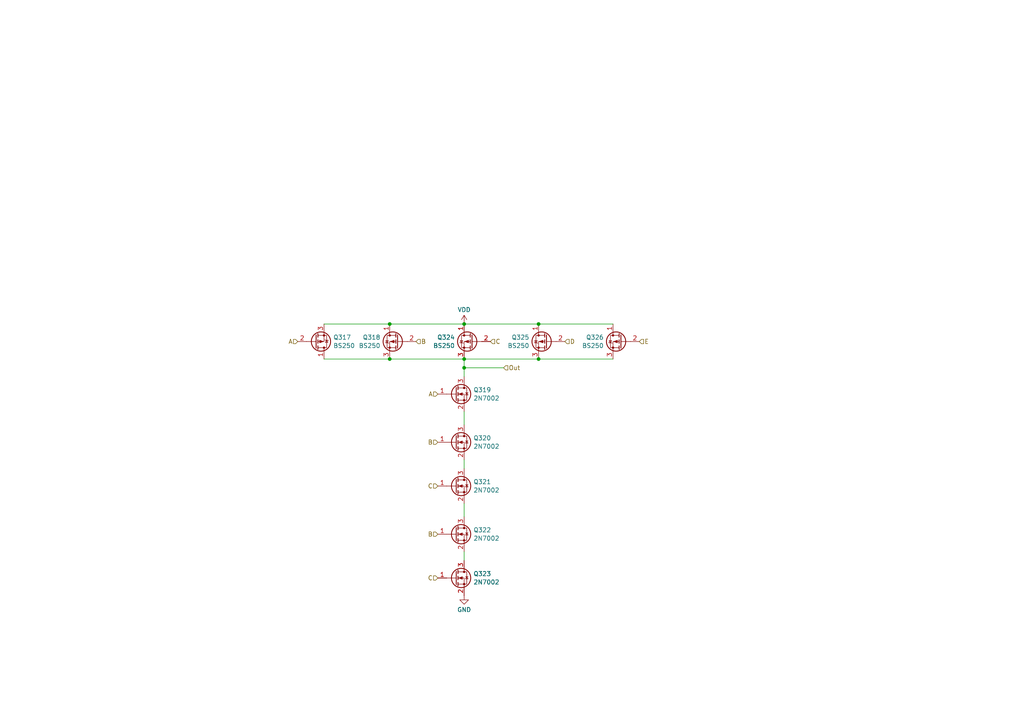
<source format=kicad_sch>
(kicad_sch (version 20250114) (generator "eeschema") (generator_version "9.0")
  (paper "A4")
  (lib_symbols
    (symbol "Transistor_FET:2N7002" (pin_names (offset 0) (hide yes))
      (property "Reference" "Q" (at 5.08 1.905 0))
      (property "Value" "2N7002" (at 5.08 0 0))
      (symbol "2N7002_0_1"
        (polyline (pts (xy 0.254 1.905) (xy 0.254 -1.905)) (stroke (width 0.254)))
        (polyline (pts (xy 0.254 0) (xy -2.54 0)))
        (polyline (pts (xy 0.762 2.286) (xy 0.762 1.27)) (stroke (width 0.254)))
        (polyline (pts (xy 0.762 0.508) (xy 0.762 -0.508)) (stroke (width 0.254)))
        (polyline (pts (xy 0.762 -1.27) (xy 0.762 -2.286)) (stroke (width 0.254)))
        (polyline (pts (xy 0.762 -1.778) (xy 3.302 -1.778) (xy 3.302 1.778) (xy 0.762 1.778)))
        (polyline (pts (xy 1.016 0) (xy 2.032 0.381) (xy 2.032 -0.381) (xy 1.016 0)) (fill (type outline)))
        (circle (center 1.651 0) (radius 2.794) (stroke (width 0.254)))
        (polyline (pts (xy 2.54 2.54) (xy 2.54 1.778)))
        (circle (center 2.54 1.778) (radius 0.254) (fill (type outline)))
        (circle (center 2.54 -1.778) (radius 0.254) (fill (type outline)))
        (polyline (pts (xy 2.54 -2.54) (xy 2.54 0) (xy 0.762 0)))
        (polyline (pts (xy 2.921 0.381) (xy 3.683 0.381)))
        (polyline (pts (xy 3.302 0.381) (xy 2.921 -0.254) (xy 3.683 -0.254) (xy 3.302 0.381)))
      )
      (symbol "2N7002_1_1"
        (pin input line (at -5.08 0 0) (length 2.54) (name "G") (number "1"))
        (pin passive line (at 2.54 5.08 270) (length 2.54) (name "D") (number "3"))
        (pin passive line (at 2.54 -5.08 90) (length 2.54) (name "S") (number "2"))
      )
    )
    (symbol "Transistor_FET:BS250" (pin_names (hide yes))
      (property "Reference" "Q" (at 5.08 1.905 0))
      (property "Value" "BS250" (at 5.08 0 0))
      (symbol "BS250_0_1"
        (polyline (pts (xy 0.254 1.905) (xy 0.254 -1.905)) (stroke (width 0.254)))
        (polyline (pts (xy 0.254 0) (xy -2.54 0)))
        (polyline (pts (xy 0.762 2.286) (xy 0.762 1.27)) (stroke (width 0.254)))
        (polyline (pts (xy 0.762 1.778) (xy 3.302 1.778) (xy 3.302 -1.778) (xy 0.762 -1.778)))
        (polyline (pts (xy 0.762 0.508) (xy 0.762 -0.508)) (stroke (width 0.254)))
        (polyline (pts (xy 0.762 -1.27) (xy 0.762 -2.286)) (stroke (width 0.254)))
        (circle (center 1.651 0) (radius 2.794) (stroke (width 0.254)))
        (polyline (pts (xy 2.286 0) (xy 1.27 0.381) (xy 1.27 -0.381) (xy 2.286 0)) (fill (type outline)))
        (polyline (pts (xy 2.54 2.54) (xy 2.54 1.778)))
        (circle (center 2.54 1.778) (radius 0.254) (fill (type outline)))
        (circle (center 2.54 -1.778) (radius 0.254) (fill (type outline)))
        (polyline (pts (xy 2.54 -2.54) (xy 2.54 0) (xy 0.762 0)))
        (polyline (pts (xy 2.794 -0.508) (xy 2.921 -0.381) (xy 3.683 -0.381) (xy 3.81 -0.254)))
        (polyline (pts (xy 3.302 -0.381) (xy 2.921 0.254) (xy 3.683 0.254) (xy 3.302 -0.381)))
      )
      (symbol "BS250_1_1"
        (pin input line (at -5.08 0 0) (length 2.54) (name "G") (number "2"))
        (pin passive line (at 2.54 5.08 270) (length 2.54) (name "D") (number "1"))
        (pin passive line (at 2.54 -5.08 90) (length 2.54) (name "S") (number "3"))
      )
    )
    (symbol "power:GND" (power) (pin_numbers (hide yes)) (pin_names (offset 0) (hide yes))
      (property "Value" "GND" (at 0 -3.81 0))
      (symbol "GND_0_1"
        (polyline (pts (xy 0 0) (xy 0 -1.27) (xy 1.27 -1.27) (xy 0 -2.54) (xy -1.27 -1.27) (xy 0 -1.27)))
      )
      (symbol "GND_1_1"
        (pin power_in line (at 0 0 270) (length 0) (name "~") (number "1"))
      )
    )
    (symbol "power:VDD" (power) (pin_numbers (hide yes)) (pin_names (offset 0) (hide yes))
      (property "Value" "VDD" (at 0 3.556 0))
      (symbol "VDD_0_1"
        (polyline (pts (xy -0.762 1.27) (xy 0 2.54)))
        (polyline (pts (xy 0 2.54) (xy 0.762 1.27)))
        (polyline (pts (xy 0 0) (xy 0 2.54)))
      )
      (symbol "VDD_1_1"
        (pin power_in line (at 0 0 90) (length 0) (name "~") (number "1"))
      )
    )
  )
  (junction (at 156.21 93.98))
  (junction (at 156.21 104.14))
  (junction (at 134.62 93.98))
  (junction (at 134.62 106.68))
  (junction (at 134.62 104.14))
  (junction (at 113.03 93.98))
  (junction (at 113.03 104.14))
  (wire (pts (xy 113.03 93.98) (xy 134.62 93.98)))
  (wire (pts (xy 93.98 104.14) (xy 113.03 104.14)))
  (wire (pts (xy 134.62 133.35) (xy 134.62 135.89)))
  (wire (pts (xy 156.21 93.98) (xy 177.8 93.98)))
  (wire (pts (xy 134.62 119.38) (xy 134.62 123.19)))
  (wire (pts (xy 134.62 146.05) (xy 134.62 149.86)))
  (wire (pts (xy 134.62 106.68) (xy 146.05 106.68)))
  (wire (pts (xy 134.62 104.14) (xy 156.21 104.14)))
  (wire (pts (xy 156.21 104.14) (xy 177.8 104.14)))
  (wire (pts (xy 134.62 104.14) (xy 134.62 106.68)))
  (wire (pts (xy 134.62 93.98) (xy 156.21 93.98)))
  (wire (pts (xy 134.62 106.68) (xy 134.62 109.22)))
  (wire (pts (xy 113.03 104.14) (xy 134.62 104.14)))
  (wire (pts (xy 93.98 93.98) (xy 113.03 93.98)))
  (wire (pts (xy 134.62 160.02) (xy 134.62 162.56)))
  (hierarchical_label "C" (shape input) (at 127 140.97 180))
  (hierarchical_label "C" (shape input) (at 142.24 99.06 0))
  (hierarchical_label "Out" (shape input) (at 146.05 106.68 0))
  (hierarchical_label "B" (shape input) (at 127 154.94 180))
  (hierarchical_label "A" (shape input) (at 127 114.3 180))
  (hierarchical_label "C" (shape input) (at 127 167.64 180))
  (hierarchical_label "E" (shape input) (at 185.42 99.06 0))
  (hierarchical_label "D" (shape input) (at 163.83 99.06 0))
  (hierarchical_label "A" (shape input) (at 86.36 99.06 180))
  (hierarchical_label "B" (shape input) (at 127 128.27 180))
  (hierarchical_label "B" (shape input) (at 120.65 99.06 0))
  (symbol (lib_id "Transistor_FET:BS250") (at 180.34 99.06 0) (mirror y) (unit 1)
    (property "Reference" "Q160" (at 175.133 97.8478 0) (effects (justify left)))
    (property "Value" "BS250" (at 175.133 100.2721 0) (effects (justify left)))
    (property "Footprint" "Package_TO_SOT_THT:TO-92_Inline" (effects (hide yes)))
    (property "Datasheet" "http://www.vishay.com/docs/70209/70209.pdf" (effects (hide yes)))
    (property "Description" "-0.18A Id, -45V Vds, P-Channel MOSFET, TO-92" (effects (hide yes)))
    (instances (project "transistor-clock" (path "" (reference "Q326") (unit 1)) (path "" (reference "Q160") (unit 1)) (path "" (reference "Q172") (unit 1))))
  )
  (symbol (lib_id "Transistor_FET:BS250") (at 137.16 99.06 0) (mirror y) (unit 1)
    (property "Reference" "Q158" (at 131.953 97.8478 0) (effects (justify left)))
    (property "Value" "BS250" (at 131.953 100.2721 0) (effects (justify left)))
    (property "Footprint" "Package_TO_SOT_THT:TO-92_Inline" (effects (hide yes)))
    (property "Datasheet" "http://www.vishay.com/docs/70209/70209.pdf" (effects (hide yes)))
    (property "Description" "-0.18A Id, -45V Vds, P-Channel MOSFET, TO-92" (effects (hide yes)))
    (instances (project "transistor-clock" (path "" (reference "Q324") (unit 1)) (path "" (reference "Q158") (unit 1)) (path "" (reference "Q170") (unit 1))))
  )
  (symbol (lib_id "Transistor_FET:2N7002") (at 132.08 140.97 0) (unit 1)
    (property "Reference" "Q156" (at 137.287 139.7578 0) (effects (justify left)))
    (property "Value" "2N7002" (at 137.287 142.1821 0) (effects (justify left)))
    (property "Footprint" "Package_TO_SOT_SMD:SOT-23" (effects (hide yes)))
    (property "Datasheet" "https://www.onsemi.com/pub/Collateral/NDS7002A-D.PDF" (effects (hide yes)))
    (property "Description" "0.115A Id, 60V Vds, N-Channel MOSFET, SOT-23" (effects (hide yes)))
    (instances (project "transistor-clock" (path "" (reference "Q321") (unit 1)) (path "" (reference "Q156") (unit 1)) (path "" (reference "Q167") (unit 1))))
  )
  (symbol (lib_id "Transistor_FET:BS250") (at 158.75 99.06 0) (mirror y) (unit 1)
    (property "Reference" "Q159" (at 153.543 97.8478 0) (effects (justify left)))
    (property "Value" "BS250" (at 153.543 100.2721 0) (effects (justify left)))
    (property "Footprint" "Package_TO_SOT_THT:TO-92_Inline" (effects (hide yes)))
    (property "Datasheet" "http://www.vishay.com/docs/70209/70209.pdf" (effects (hide yes)))
    (property "Description" "-0.18A Id, -45V Vds, P-Channel MOSFET, TO-92" (effects (hide yes)))
    (instances (project "transistor-clock" (path "" (reference "Q325") (unit 1)) (path "" (reference "Q159") (unit 1)) (path "" (reference "Q171") (unit 1))))
  )
  (symbol (lib_id "Transistor_FET:BS250") (at 91.44 99.06 0) (mirror x) (unit 1)
    (property "Reference" "Q153" (at 96.647 97.8478 0) (effects (justify left)))
    (property "Value" "BS250" (at 96.647 100.2721 0) (effects (justify left)))
    (property "Footprint" "Package_TO_SOT_THT:TO-92_Inline" (effects (hide yes)))
    (property "Datasheet" "http://www.vishay.com/docs/70209/70209.pdf" (effects (hide yes)))
    (property "Description" "-0.18A Id, -45V Vds, P-Channel MOSFET, TO-92" (effects (hide yes)))
    (instances (project "transistor-clock" (path "" (reference "Q317") (unit 1)) (path "" (reference "Q153") (unit 1)) (path "" (reference "Q163") (unit 1))))
  )
  (symbol (lib_id "Transistor_FET:2N7002") (at 132.08 128.27 0) (unit 1)
    (property "Reference" "Q155" (at 137.287 127.0578 0) (effects (justify left)))
    (property "Value" "2N7002" (at 137.287 129.4821 0) (effects (justify left)))
    (property "Footprint" "Package_TO_SOT_SMD:SOT-23" (effects (hide yes)))
    (property "Datasheet" "https://www.onsemi.com/pub/Collateral/NDS7002A-D.PDF" (effects (hide yes)))
    (property "Description" "0.115A Id, 60V Vds, N-Channel MOSFET, SOT-23" (effects (hide yes)))
    (instances (project "transistor-clock" (path "" (reference "Q320") (unit 1)) (path "" (reference "Q155") (unit 1)) (path "" (reference "Q166") (unit 1))))
  )
  (symbol (lib_id "Transistor_FET:2N7002") (at 132.08 167.64 0) (unit 1)
    (property "Reference" "Q162" (at 137.287 166.4278 0) (effects (justify left)))
    (property "Value" "2N7002" (at 137.287 168.8521 0) (effects (justify left)))
    (property "Footprint" "Package_TO_SOT_SMD:SOT-23" (effects (hide yes)))
    (property "Datasheet" "https://www.onsemi.com/pub/Collateral/NDS7002A-D.PDF" (effects (hide yes)))
    (property "Description" "0.115A Id, 60V Vds, N-Channel MOSFET, SOT-23" (effects (hide yes)))
    (instances (project "transistor-clock" (path "" (reference "Q323") (unit 1)) (path "" (reference "Q162") (unit 1)) (path "" (reference "Q169") (unit 1))))
  )
  (symbol (lib_id "power:VDD") (at 134.62 93.98 0) (unit 1)
    (property "Reference" "#PWR" (effects (hide yes)))
    (property "Value" "VDD" (at 134.62 89.8469 0))
    (property "Description" "Power symbol creates a global label with name \"VDD\"" (effects (hide yes)))
    (instances (project "transistor-clock" (path "" (reference "#PWR0109") (unit 1)) (path "" (reference "#PWR058") (unit 1))))
  )
  (symbol (lib_id "Transistor_FET:2N7002") (at 132.08 154.94 0) (unit 1)
    (property "Reference" "Q161" (at 137.287 153.7278 0) (effects (justify left)))
    (property "Value" "2N7002" (at 137.287 156.1521 0) (effects (justify left)))
    (property "Footprint" "Package_TO_SOT_SMD:SOT-23" (effects (hide yes)))
    (property "Datasheet" "https://www.onsemi.com/pub/Collateral/NDS7002A-D.PDF" (effects (hide yes)))
    (property "Description" "0.115A Id, 60V Vds, N-Channel MOSFET, SOT-23" (effects (hide yes)))
    (instances (project "transistor-clock" (path "" (reference "Q322") (unit 1)) (path "" (reference "Q161") (unit 1)) (path "" (reference "Q168") (unit 1))))
  )
  (symbol (lib_id "Transistor_FET:BS250") (at 115.57 99.06 0) (mirror y) (unit 1)
    (property "Reference" "Q157" (at 110.363 97.8478 0) (effects (justify left)))
    (property "Value" "BS250" (at 110.363 100.2721 0) (effects (justify left)))
    (property "Footprint" "Package_TO_SOT_THT:TO-92_Inline" (effects (hide yes)))
    (property "Datasheet" "http://www.vishay.com/docs/70209/70209.pdf" (effects (hide yes)))
    (property "Description" "-0.18A Id, -45V Vds, P-Channel MOSFET, TO-92" (effects (hide yes)))
    (instances (project "transistor-clock" (path "" (reference "Q318") (unit 1)) (path "" (reference "Q157") (unit 1)) (path "" (reference "Q164") (unit 1))))
  )
  (symbol (lib_id "Transistor_FET:2N7002") (at 132.08 114.3 0) (unit 1)
    (property "Reference" "Q154" (at 137.287 113.0878 0) (effects (justify left)))
    (property "Value" "2N7002" (at 137.287 115.5121 0) (effects (justify left)))
    (property "Footprint" "Package_TO_SOT_SMD:SOT-23" (effects (hide yes)))
    (property "Datasheet" "https://www.onsemi.com/pub/Collateral/NDS7002A-D.PDF" (effects (hide yes)))
    (property "Description" "0.115A Id, 60V Vds, N-Channel MOSFET, SOT-23" (effects (hide yes)))
    (instances (project "transistor-clock" (path "" (reference "Q319") (unit 1)) (path "" (reference "Q154") (unit 1)) (path "" (reference "Q165") (unit 1))))
  )
  (symbol (lib_id "power:GND") (at 134.62 172.72 0) (unit 1)
    (property "Reference" "#PWR" (effects (hide yes)))
    (property "Value" "GND" (at 134.62 176.8531 0))
    (property "Description" "Power symbol creates a global label with name \"GND\" , ground" (effects (hide yes)))
    (instances (project "transistor-clock" (path "" (reference "#PWR0110") (unit 1)) (path "" (reference "#PWR059") (unit 1))))
  )
)
</source>
